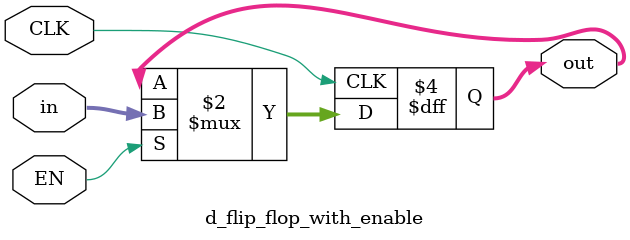
<source format=v>
module d_flip_flop_with_enable (out, CLK, EN, in);
    output reg [31:0] out;
    input             CLK, EN;
    input      [31:0] in;

    always @(posedge CLK)
        begin
            if (EN)
                out <= in;
        end

endmodule // d_flip_flop_with_enable

</source>
